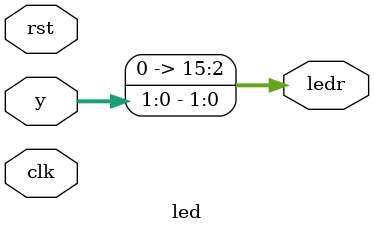
<source format=v>
module led(
  input clk,
  input rst,
  input [1:0] y,
  output [15:0] ledr
);


  assign ledr = {14'b0, y};
endmodule

</source>
